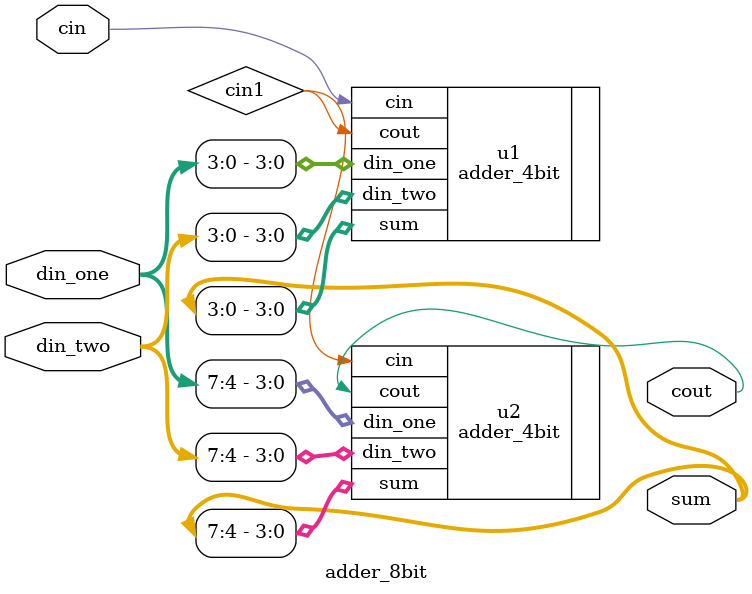
<source format=v>
module adder_8bit (
    input [7:0] din_one,
    input [7:0] din_two,
    input cin,
    output [7:0] sum,
    output cout
);
 
wire cin1;

adder_4bit u1(
    .din_one(din_one[3:0]),
    .din_two(din_two[3:0]),
    .cin(cin),
    .sum(sum[3:0]),
    .cout(cin1)
);

adder_4bit u2(
    .din_one(din_one[7:4]),
    .din_two(din_two[7:4]),
    .cin(cin1),
    .sum(sum[7:4]),
    .cout(cout)
);

 
endmodule //full_adder
</source>
